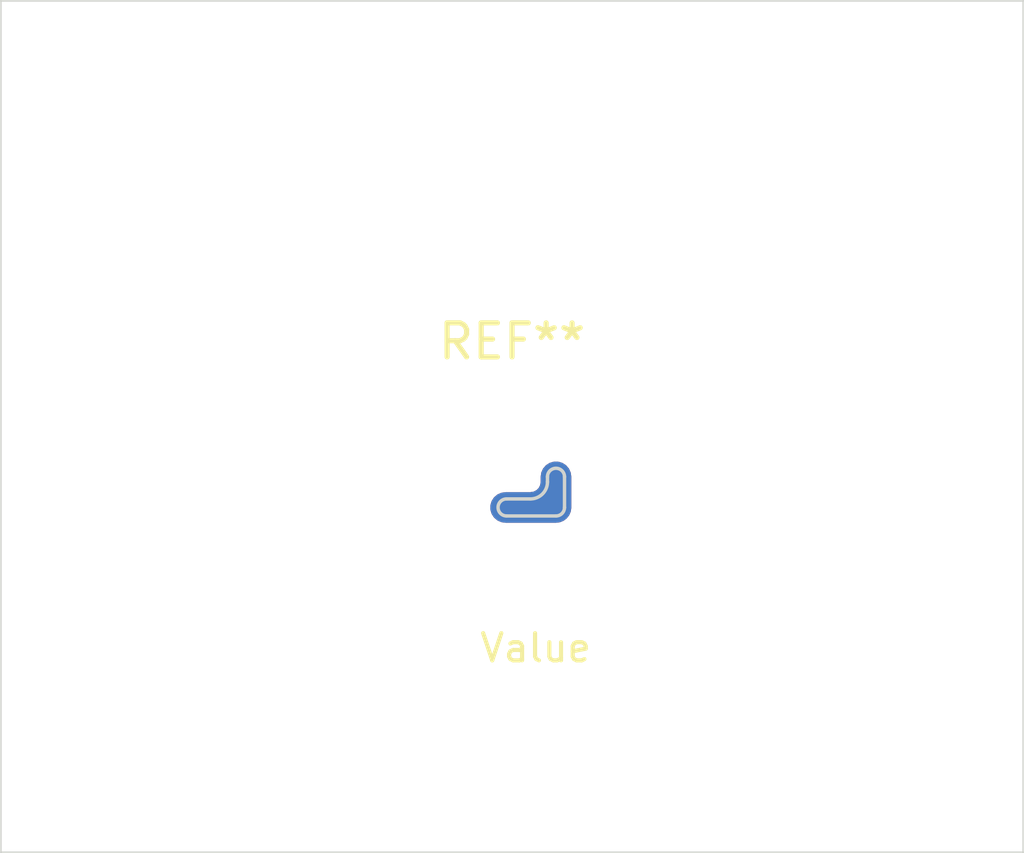
<source format=kicad_pcb>
(kicad_pcb (version 20210228) (generator pcbnew)
  (layers (0 "F.Cu" signal) (31 "B.Cu" signal) (34 "B.Paste" user) (35 "F.Paste" user) (36 "B.SilkS" user "B.Silkscreen") (37 "F.SilkS" user "F.Silkscreen") (38 "B.Mask" user) (39 "F.Mask" user) (44 "Edge.Cuts" user))
  (net 0 "")
  (footprint "fp-complex-pad" (layer "F.Cu") (at 150 75)
    (fp_text reference "REF**" (at 0 0) (layer "F.SilkS"))
    (fp_text value "Value " (at 1 9) (layer "F.SilkS") (effects (font (size 0.8 0.8) (thickness 0.12))))
    (fp_line (start 1.54 4.875) (end 1.54 3.974) (layer "Edge.Cuts") (width 0.1))
    (fp_line (start 0.54 4.624) (end -0.16 4.624) (layer "Edge.Cuts") (width 0.1))
    (fp_line (start 1.04 4.124) (end 1.04 3.974) (layer "Edge.Cuts") (width 0.1))
    (fp_line (start -0.16 5.124) (end 1.29 5.124) (layer "Edge.Cuts") (width 0.1))
    (fp_arc (start 1.29 3.974) (end 1.54 3.974) (angle -180) (layer "Edge.Cuts") (width 0.1))
    (fp_arc (start 0.54 4.124) (end 0.54 4.624) (angle -90) (layer "Edge.Cuts") (width 0.1))
    (fp_arc (start -0.16 4.874) (end -0.16 4.624) (angle -180) (layer "Edge.Cuts") (width 0.1))
    (fp_arc (start 1.29 4.874) (end 1.29 5.124) (angle -89.85) (layer "Edge.Cuts") (width 0.1))
    (pad "1" smd custom (at -0.465 4.88) (size 0.15 0.15) (layers "B.Cu" "B.Mask") (options (clearance outline) (anchor circle)) (primitives (gr_poly (pts (xy 0.151882 -0.438388) (xy 0.034075 -0.385764) (xy -0.06396 -0.301877) (xy -0.134166 -0.193624) (xy -0.170774 -0.0699) (xy -0.170774 0.059126) (xy -0.134166 0.18285) (xy -0.06396 0.291104) (xy 0.034075 0.37499) (xy 0.151882 0.427614) (xy 0.279778 0.444652) (xy 1.75511 0.444681) (xy 1.869823 0.429819) (xy 1.976961 0.386215) (xy 2.069449 0.316747) (xy 2.14118 0.226003) (xy 2.187418 0.119974) (xy 2.205109 0.005664) (xy 2.205109 -0.905455) (xy 2.186881 -1.032235) (xy 2.133673 -1.148743) (xy 2.049796 -1.245542) (xy 1.942046 -1.314789) (xy 1.819151 -1.350875) (xy 1.691067 -1.350875) (xy 1.568172 -1.314789) (xy 1.460422 -1.245542) (xy 1.376545 -1.148743) (xy 1.323337 -1.032235) (xy 1.305109 -0.905455) (xy 1.305109 -0.755455) (xy 1.290426 -0.66275) (xy 1.247814 -0.579119) (xy 1.181445 -0.51275) (xy 1.097814 -0.470138) (xy 1.005109 -0.455455) (xy 0.279778 -0.455426)) (width 0) (fill yes))))
    (pad "1" smd custom (at -0.465 4.88) (size 0.15 0.15) (layers "F.Cu" "F.Mask") (options (clearance outline) (anchor circle)) (primitives (gr_poly (pts (xy 0.151882 -0.438388) (xy 0.034075 -0.385764) (xy -0.06396 -0.301877) (xy -0.134166 -0.193624) (xy -0.170774 -0.0699) (xy -0.170774 0.059126) (xy -0.134166 0.18285) (xy -0.06396 0.291104) (xy 0.034075 0.37499) (xy 0.151882 0.427614) (xy 0.279778 0.444652) (xy 1.75511 0.444681) (xy 1.869823 0.429819) (xy 1.976961 0.386215) (xy 2.069449 0.316747) (xy 2.14118 0.226003) (xy 2.187418 0.119974) (xy 2.205109 0.005664) (xy 2.205109 -0.905455) (xy 2.186881 -1.032235) (xy 2.133673 -1.148743) (xy 2.049796 -1.245542) (xy 1.942046 -1.314789) (xy 1.819151 -1.350875) (xy 1.691067 -1.350875) (xy 1.568172 -1.314789) (xy 1.460422 -1.245542) (xy 1.376545 -1.148743) (xy 1.323337 -1.032235) (xy 1.305109 -0.905455) (xy 1.305109 -0.755455) (xy 1.290426 -0.66275) (xy 1.247814 -0.579119) (xy 1.181445 -0.51275) (xy 1.097814 -0.470138) (xy 1.005109 -0.455455) (xy 0.279778 -0.455426)) (width 0) (fill yes))))
  )
  (gr_rect (start 165 90) (end 135 65) (layer "Edge.Cuts") (width 0.05) (fill none))
)
</source>
